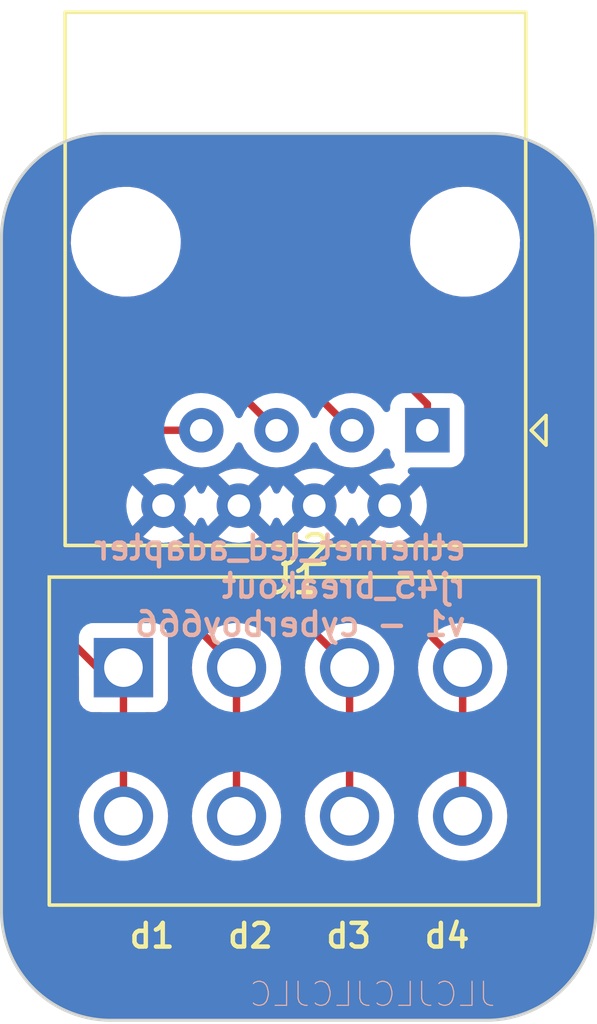
<source format=kicad_pcb>
(kicad_pcb (version 20221018) (generator pcbnew)
  (layers (0 "F.Cu" signal) (31 "B.Cu" signal) (34 "B.Paste" user) (35 "F.Paste" user) (36 "B.SilkS" user "B.Silkscreen") (37 "F.SilkS" user "F.Silkscreen") (38 "B.Mask" user) (39 "F.Mask" user) (44 "Edge.Cuts" user))
  (net 0 "")
  (net 1 "Net-(J2-Pin_1)")
  (net 2 "GND")
  (net 3 "Net-(J2-Pin_2)")
  (net 4 "Net-(J2-Pin_3)")
  (net 5 "Net-(J2-Pin_4)")
  (footprint "Connector_RJ:RJ45_Amphenol_54602-x08_Horizontal" (layer "F.Cu") (at 53.35 37 180)
    (fp_text reference "J1" (at 4.445 -5) (layer "F.SilkS"))
    (fp_text value "RJ45")
    (fp_line (start -4 -0.5) (end -4 0.5) (stroke (width 0.12)) (layer "F.SilkS"))
    (fp_line (start -4 0.5) (end -3.5 0) (stroke (width 0.12)) (layer "F.SilkS"))
    (fp_line (start -3.5 0) (end -4 -0.5) (stroke (width 0.12)) (layer "F.SilkS"))
    (fp_line (start -3.315 -3.88) (end -3.315 14.08) (stroke (width 0.12)) (layer "F.SilkS"))
    (fp_line (start -3.315 14.08) (end 12.205 14.08) (stroke (width 0.12)) (layer "F.SilkS"))
    (fp_line (start 12.205 -3.88) (end -3.315 -3.88) (stroke (width 0.12)) (layer "F.SilkS"))
    (fp_line (start 12.205 -3.88) (end 12.205 14.08) (stroke (width 0.12)) (layer "F.SilkS"))
    (pad "" np_thru_hole circle (at -1.27 6.35 180) (size 3.2 3.2) (drill 3.2) (layers "*.Cu" "*.Mask"))
    (pad "" np_thru_hole circle (at 10.16 6.35 180) (size 3.2 3.2) (drill 3.2) (layers "*.Cu" "*.Mask"))
    (pad "1" thru_hole rect (at 0 0 180) (size 1.5 1.5) (drill 0.76) (layers "*.Cu" "*.Mask") (net 1 "Net-(J2-Pin_1)"))
    (pad "2" thru_hole circle (at 1.27 -2.54 180) (size 1.5 1.5) (drill 0.76) (layers "*.Cu" "*.Mask") (net 2 "GND"))
    (pad "3" thru_hole circle (at 2.54 0 180) (size 1.5 1.5) (drill 0.76) (layers "*.Cu" "*.Mask") (net 3 "Net-(J2-Pin_2)"))
    (pad "4" thru_hole circle (at 3.81 -2.54 180) (size 1.5 1.5) (drill 0.76) (layers "*.Cu" "*.Mask") (net 2 "GND"))
    (pad "5" thru_hole circle (at 5.08 0 180) (size 1.5 1.5) (drill 0.76) (layers "*.Cu" "*.Mask") (net 4 "Net-(J2-Pin_3)"))
    (pad "6" thru_hole circle (at 6.35 -2.54 180) (size 1.5 1.5) (drill 0.76) (layers "*.Cu" "*.Mask") (net 2 "GND"))
    (pad "7" thru_hole circle (at 7.62 0 180) (size 1.5 1.5) (drill 0.76) (layers "*.Cu" "*.Mask") (net 5 "Net-(J2-Pin_4)"))
    (pad "8" thru_hole circle (at 8.89 -2.54 180) (size 1.5 1.5) (drill 0.76) (layers "*.Cu" "*.Mask") (net 2 "GND"))
  )
  (footprint "lib_fp:terminal_04" (layer "F.Cu") (at 43.11 44.9962)
    (fp_text reference "J2" (at 6.1 -3.95) (layer "F.SilkS"))
    (fp_text value "terminal_04")
    (fp_rect (start -2.5 -3.05) (end 14 8) (stroke (width 0.12)) (fill none) (layer "F.SilkS"))
    (pad "1" thru_hole rect (at 0 0) (size 2 2) (drill 1.3) (layers "*.Cu" "*.Mask") (net 1 "Net-(J2-Pin_1)"))
    (pad "1" thru_hole oval (at 0 5.0038) (size 2 2) (drill 1.3) (layers "*.Cu" "*.Mask") (net 1 "Net-(J2-Pin_1)"))
    (pad "2" thru_hole circle (at 3.81 0) (size 2 2) (drill 1.3) (layers "*.Cu" "*.Mask") (net 3 "Net-(J2-Pin_2)"))
    (pad "2" thru_hole circle (at 3.81 5.0038) (size 2 2) (drill 1.3) (layers "*.Cu" "*.Mask") (net 3 "Net-(J2-Pin_2)"))
    (pad "3" thru_hole circle (at 7.62 0) (size 2 2) (drill 1.3) (layers "*.Cu" "*.Mask") (net 4 "Net-(J2-Pin_3)"))
    (pad "3" thru_hole circle (at 7.62 5.0038) (size 2 2) (drill 1.3) (layers "*.Cu" "*.Mask") (net 4 "Net-(J2-Pin_3)"))
    (pad "4" thru_hole circle (at 11.43 0) (size 2 2) (drill 1.3) (layers "*.Cu" "*.Mask") (net 5 "Net-(J2-Pin_4)"))
    (pad "4" thru_hole circle (at 11.43 5.0038) (size 2 2) (drill 1.3) (layers "*.Cu" "*.Mask") (net 5 "Net-(J2-Pin_4)"))
  )
  (gr_arc (start 39 30.5) (mid 40.025126 28.025126) (end 42.5 27) (stroke (width 0.1)) (layer "Edge.Cuts"))
  (gr_arc (start 55.525126 27) (mid 58 28.025126) (end 59.025126 30.5) (stroke (width 0.1)) (layer "Edge.Cuts"))
  (gr_line (start 42.674874 56.874874) (end 55.350252 56.874874) (stroke (width 0.1)) (layer "Edge.Cuts"))
  (gr_line (start 59.025126 53.2) (end 59.025126 30.5) (stroke (width 0.1)) (layer "Edge.Cuts"))
  (gr_arc (start 59.025126 53.2) (mid 57.948782 55.798538) (end 55.350252 56.874874) (stroke (width 0.1)) (layer "Edge.Cuts"))
  (gr_line (start 42.5 27) (end 55.525126 27) (stroke (width 0.1)) (layer "Edge.Cuts"))
  (gr_line (start 39 53.2) (end 39 30.5) (stroke (width 0.1)) (layer "Edge.Cuts"))
  (gr_arc (start 42.674874 56.874874) (mid 40.076346 55.798528) (end 39 53.2) (stroke (width 0.1)) (layer "Edge.Cuts"))
  (gr_text "ethernet_led_adapter\nrj45_breakout\nv1 - cyberboy666" (at 54.73 44) (layer "B.SilkS") (effects (font (size 0.8 0.8)) (justify left bottom mirror)))
  (gr_text "JLCJLCJLCJLC" (at 51.5 56) (layer "B.SilkS") (effects (font (size 0.81 0.81) (thickness 0.04)) (justify mirror)))
  (gr_text "d1   d2   d3   d4" (at 43.23 54.5) (layer "F.SilkS") (effects (font (size 0.8 0.8)) (justify left bottom)))
  (segment (start 41.23 36.5) (end 41.23 44) (width 0.25) (layer "F.Cu") (net 1))
  (segment (start 53.35 36.12) (end 51.73 34.5) (width 0.25) (layer "F.Cu") (net 1))
  (segment (start 42.2262 44.9962) (end 43.11 44.9962) (width 0.25) (layer "F.Cu") (net 1))
  (segment (start 43.23 34.5) (end 41.23 36.5) (width 0.25) (layer "F.Cu") (net 1))
  (segment (start 41.23 44) (end 42.2262 44.9962) (width 0.25) (layer "F.Cu") (net 1))
  (segment (start 51.73 34.5) (end 43.23 34.5) (width 0.25) (layer "F.Cu") (net 1))
  (segment (start 53.35 37) (end 53.35 36.12) (width 0.25) (layer "F.Cu") (net 1))
  (segment (start 43.11 44.9962) (end 43.11 50) (width 0.25) (layer "F.Cu") (net 1))
  (segment (start 41.798198 42.568198) (end 42.23 43) (width 0.25) (layer "F.Cu") (net 3))
  (segment (start 42.23 43) (end 44.9238 43) (width 0.25) (layer "F.Cu") (net 3))
  (segment (start 43.366396 35) (end 41.798198 36.568198) (width 0.25) (layer "F.Cu") (net 3))
  (segment (start 44.9238 43) (end 46.92 44.9962) (width 0.25) (layer "F.Cu") (net 3))
  (segment (start 48.81 35) (end 43.366396 35) (width 0.25) (layer "F.Cu") (net 3))
  (segment (start 46.92 44.9962) (end 46.92 50) (width 0.25) (layer "F.Cu") (net 3))
  (segment (start 50.81 37) (end 48.81 35) (width 0.25) (layer "F.Cu") (net 3))
  (segment (start 41.798198 36.568198) (end 41.798198 42.568198) (width 0.25) (layer "F.Cu") (net 3))
  (segment (start 48.2838 42.55) (end 50.73 44.9962) (width 0.25) (layer "F.Cu") (net 4))
  (segment (start 50.73 44.9962) (end 50.73 50) (width 0.25) (layer "F.Cu") (net 4))
  (segment (start 42.73 42.5) (end 42.73 42.55) (width 0.25) (layer "F.Cu") (net 4))
  (segment (start 42.248198 42.018198) (end 42.73 42.5) (width 0.25) (layer "F.Cu") (net 4))
  (segment (start 46.72 35.45) (end 43.78 35.45) (width 0.25) (layer "F.Cu") (net 4))
  (segment (start 42.73 42.55) (end 48.2838 42.55) (width 0.25) (layer "F.Cu") (net 4))
  (segment (start 42.248198 36.981802) (end 42.248198 42.018198) (width 0.25) (layer "F.Cu") (net 4))
  (segment (start 48.27 37) (end 46.72 35.45) (width 0.25) (layer "F.Cu") (net 4))
  (segment (start 43.78 35.45) (end 42.248198 36.981802) (width 0.25) (layer "F.Cu") (net 4))
  (segment (start 51.475602 41.931802) (end 54.54 44.9962) (width 0.25) (layer "F.Cu") (net 5))
  (segment (start 54.54 44.9962) (end 54.54 50) (width 0.25) (layer "F.Cu") (net 5))
  (segment (start 45.73 37) (end 43.198198 37) (width 0.25) (layer "F.Cu") (net 5))
  (segment (start 42.698198 37.5) (end 42.698198 41.831802) (width 0.25) (layer "F.Cu") (net 5))
  (segment (start 42.698198 41.831802) (end 42.798198 41.931802) (width 0.25) (layer "F.Cu") (net 5))
  (segment (start 43.198198 37) (end 42.698198 37.5) (width 0.25) (layer "F.Cu") (net 5))
  (segment (start 42.798198 41.931802) (end 51.475602 41.931802) (width 0.25) (layer "F.Cu") (net 5))
  (zone (net 2) (net_name "GND") (layers "F&B.Cu") (connect_pads (clearance 0.5)) (min_thickness 0.25) (fill yes (thermal_gap 0.5) (thermal_bridge_width 0.5))
    (polygon (pts (xy 39 27) (xy 59 27) (xy 59 57) (xy 39 57)))
  )
)
</source>
